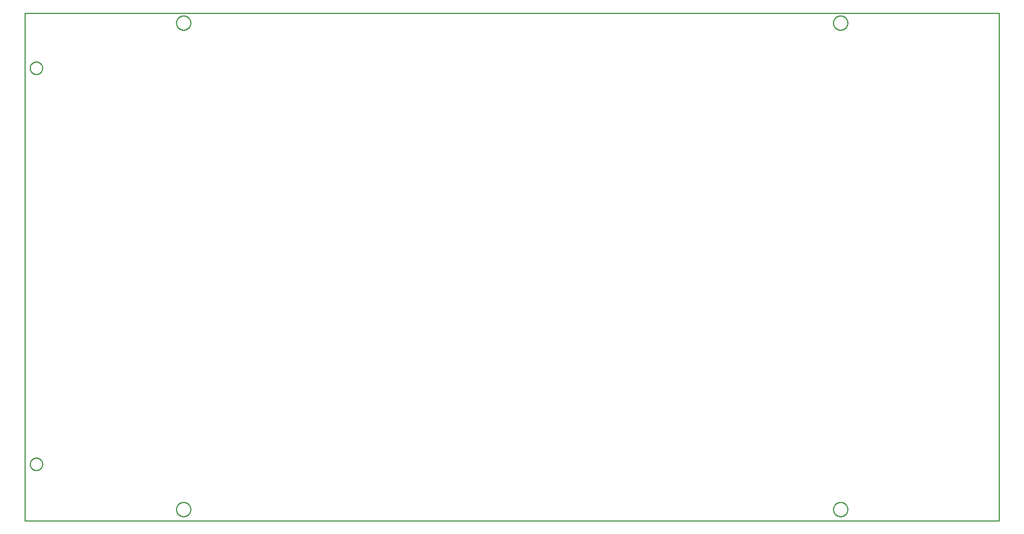
<source format=gbr>
G04 EAGLE Gerber RS-274X export*
G75*
%MOMM*%
%FSLAX34Y34*%
%LPD*%
%IN*%
%IPPOS*%
%AMOC8*
5,1,8,0,0,1.08239X$1,22.5*%
G01*
%ADD10C,0.254000*%


D10*
X-203200Y0D02*
X1981000Y0D01*
X1981000Y1139700D01*
X-203200Y1139700D01*
X-203200Y0D01*
X168400Y1117076D02*
X168332Y1116031D01*
X168195Y1114992D01*
X167990Y1113965D01*
X167719Y1112953D01*
X167383Y1111961D01*
X166982Y1110993D01*
X166518Y1110054D01*
X165995Y1109146D01*
X165413Y1108275D01*
X164775Y1107444D01*
X164084Y1106657D01*
X163343Y1105916D01*
X162556Y1105225D01*
X161725Y1104588D01*
X160854Y1104006D01*
X159946Y1103482D01*
X159007Y1103018D01*
X158039Y1102617D01*
X157047Y1102281D01*
X156035Y1102010D01*
X155008Y1101805D01*
X153969Y1101669D01*
X152924Y1101600D01*
X151876Y1101600D01*
X150831Y1101669D01*
X149792Y1101805D01*
X148765Y1102010D01*
X147753Y1102281D01*
X146761Y1102617D01*
X145793Y1103018D01*
X144854Y1103482D01*
X143946Y1104006D01*
X143075Y1104588D01*
X142244Y1105225D01*
X141457Y1105916D01*
X140716Y1106657D01*
X140025Y1107444D01*
X139388Y1108275D01*
X138806Y1109146D01*
X138282Y1110054D01*
X137818Y1110993D01*
X137417Y1111961D01*
X137081Y1112953D01*
X136810Y1113965D01*
X136605Y1114992D01*
X136469Y1116031D01*
X136400Y1117076D01*
X136400Y1118124D01*
X136469Y1119169D01*
X136605Y1120208D01*
X136810Y1121235D01*
X137081Y1122247D01*
X137417Y1123239D01*
X137818Y1124207D01*
X138282Y1125146D01*
X138806Y1126054D01*
X139388Y1126925D01*
X140025Y1127756D01*
X140716Y1128543D01*
X141457Y1129284D01*
X142244Y1129975D01*
X143075Y1130613D01*
X143946Y1131195D01*
X144854Y1131718D01*
X145793Y1132182D01*
X146761Y1132583D01*
X147753Y1132919D01*
X148765Y1133190D01*
X149792Y1133395D01*
X150831Y1133532D01*
X151876Y1133600D01*
X152924Y1133600D01*
X153969Y1133532D01*
X155008Y1133395D01*
X156035Y1133190D01*
X157047Y1132919D01*
X158039Y1132583D01*
X159007Y1132182D01*
X159946Y1131718D01*
X160854Y1131195D01*
X161725Y1130613D01*
X162556Y1129975D01*
X163343Y1129284D01*
X164084Y1128543D01*
X164775Y1127756D01*
X165413Y1126925D01*
X165995Y1126054D01*
X166518Y1125146D01*
X166982Y1124207D01*
X167383Y1123239D01*
X167719Y1122247D01*
X167990Y1121235D01*
X168195Y1120208D01*
X168332Y1119169D01*
X168400Y1118124D01*
X168400Y1117076D01*
X168400Y24876D02*
X168332Y23831D01*
X168195Y22792D01*
X167990Y21765D01*
X167719Y20753D01*
X167383Y19761D01*
X166982Y18793D01*
X166518Y17854D01*
X165995Y16946D01*
X165413Y16075D01*
X164775Y15244D01*
X164084Y14457D01*
X163343Y13716D01*
X162556Y13025D01*
X161725Y12388D01*
X160854Y11806D01*
X159946Y11282D01*
X159007Y10818D01*
X158039Y10417D01*
X157047Y10081D01*
X156035Y9810D01*
X155008Y9605D01*
X153969Y9469D01*
X152924Y9400D01*
X151876Y9400D01*
X150831Y9469D01*
X149792Y9605D01*
X148765Y9810D01*
X147753Y10081D01*
X146761Y10417D01*
X145793Y10818D01*
X144854Y11282D01*
X143946Y11806D01*
X143075Y12388D01*
X142244Y13025D01*
X141457Y13716D01*
X140716Y14457D01*
X140025Y15244D01*
X139388Y16075D01*
X138806Y16946D01*
X138282Y17854D01*
X137818Y18793D01*
X137417Y19761D01*
X137081Y20753D01*
X136810Y21765D01*
X136605Y22792D01*
X136469Y23831D01*
X136400Y24876D01*
X136400Y25924D01*
X136469Y26969D01*
X136605Y28008D01*
X136810Y29035D01*
X137081Y30047D01*
X137417Y31039D01*
X137818Y32007D01*
X138282Y32946D01*
X138806Y33854D01*
X139388Y34725D01*
X140025Y35556D01*
X140716Y36343D01*
X141457Y37084D01*
X142244Y37775D01*
X143075Y38413D01*
X143946Y38995D01*
X144854Y39518D01*
X145793Y39982D01*
X146761Y40383D01*
X147753Y40719D01*
X148765Y40990D01*
X149792Y41195D01*
X150831Y41332D01*
X151876Y41400D01*
X152924Y41400D01*
X153969Y41332D01*
X155008Y41195D01*
X156035Y40990D01*
X157047Y40719D01*
X158039Y40383D01*
X159007Y39982D01*
X159946Y39518D01*
X160854Y38995D01*
X161725Y38413D01*
X162556Y37775D01*
X163343Y37084D01*
X164084Y36343D01*
X164775Y35556D01*
X165413Y34725D01*
X165995Y33854D01*
X166518Y32946D01*
X166982Y32007D01*
X167383Y31039D01*
X167719Y30047D01*
X167990Y29035D01*
X168195Y28008D01*
X168332Y26969D01*
X168400Y25924D01*
X168400Y24876D01*
X1641600Y24876D02*
X1641532Y23831D01*
X1641395Y22792D01*
X1641190Y21765D01*
X1640919Y20753D01*
X1640583Y19761D01*
X1640182Y18793D01*
X1639718Y17854D01*
X1639195Y16946D01*
X1638613Y16075D01*
X1637975Y15244D01*
X1637284Y14457D01*
X1636543Y13716D01*
X1635756Y13025D01*
X1634925Y12388D01*
X1634054Y11806D01*
X1633146Y11282D01*
X1632207Y10818D01*
X1631239Y10417D01*
X1630247Y10081D01*
X1629235Y9810D01*
X1628208Y9605D01*
X1627169Y9469D01*
X1626124Y9400D01*
X1625076Y9400D01*
X1624031Y9469D01*
X1622992Y9605D01*
X1621965Y9810D01*
X1620953Y10081D01*
X1619961Y10417D01*
X1618993Y10818D01*
X1618054Y11282D01*
X1617146Y11806D01*
X1616275Y12388D01*
X1615444Y13025D01*
X1614657Y13716D01*
X1613916Y14457D01*
X1613225Y15244D01*
X1612588Y16075D01*
X1612006Y16946D01*
X1611482Y17854D01*
X1611018Y18793D01*
X1610617Y19761D01*
X1610281Y20753D01*
X1610010Y21765D01*
X1609805Y22792D01*
X1609669Y23831D01*
X1609600Y24876D01*
X1609600Y25924D01*
X1609669Y26969D01*
X1609805Y28008D01*
X1610010Y29035D01*
X1610281Y30047D01*
X1610617Y31039D01*
X1611018Y32007D01*
X1611482Y32946D01*
X1612006Y33854D01*
X1612588Y34725D01*
X1613225Y35556D01*
X1613916Y36343D01*
X1614657Y37084D01*
X1615444Y37775D01*
X1616275Y38413D01*
X1617146Y38995D01*
X1618054Y39518D01*
X1618993Y39982D01*
X1619961Y40383D01*
X1620953Y40719D01*
X1621965Y40990D01*
X1622992Y41195D01*
X1624031Y41332D01*
X1625076Y41400D01*
X1626124Y41400D01*
X1627169Y41332D01*
X1628208Y41195D01*
X1629235Y40990D01*
X1630247Y40719D01*
X1631239Y40383D01*
X1632207Y39982D01*
X1633146Y39518D01*
X1634054Y38995D01*
X1634925Y38413D01*
X1635756Y37775D01*
X1636543Y37084D01*
X1637284Y36343D01*
X1637975Y35556D01*
X1638613Y34725D01*
X1639195Y33854D01*
X1639718Y32946D01*
X1640182Y32007D01*
X1640583Y31039D01*
X1640919Y30047D01*
X1641190Y29035D01*
X1641395Y28008D01*
X1641532Y26969D01*
X1641600Y25924D01*
X1641600Y24876D01*
X1641600Y1117076D02*
X1641532Y1116031D01*
X1641395Y1114992D01*
X1641190Y1113965D01*
X1640919Y1112953D01*
X1640583Y1111961D01*
X1640182Y1110993D01*
X1639718Y1110054D01*
X1639195Y1109146D01*
X1638613Y1108275D01*
X1637975Y1107444D01*
X1637284Y1106657D01*
X1636543Y1105916D01*
X1635756Y1105225D01*
X1634925Y1104588D01*
X1634054Y1104006D01*
X1633146Y1103482D01*
X1632207Y1103018D01*
X1631239Y1102617D01*
X1630247Y1102281D01*
X1629235Y1102010D01*
X1628208Y1101805D01*
X1627169Y1101669D01*
X1626124Y1101600D01*
X1625076Y1101600D01*
X1624031Y1101669D01*
X1622992Y1101805D01*
X1621965Y1102010D01*
X1620953Y1102281D01*
X1619961Y1102617D01*
X1618993Y1103018D01*
X1618054Y1103482D01*
X1617146Y1104006D01*
X1616275Y1104588D01*
X1615444Y1105225D01*
X1614657Y1105916D01*
X1613916Y1106657D01*
X1613225Y1107444D01*
X1612588Y1108275D01*
X1612006Y1109146D01*
X1611482Y1110054D01*
X1611018Y1110993D01*
X1610617Y1111961D01*
X1610281Y1112953D01*
X1610010Y1113965D01*
X1609805Y1114992D01*
X1609669Y1116031D01*
X1609600Y1117076D01*
X1609600Y1118124D01*
X1609669Y1119169D01*
X1609805Y1120208D01*
X1610010Y1121235D01*
X1610281Y1122247D01*
X1610617Y1123239D01*
X1611018Y1124207D01*
X1611482Y1125146D01*
X1612006Y1126054D01*
X1612588Y1126925D01*
X1613225Y1127756D01*
X1613916Y1128543D01*
X1614657Y1129284D01*
X1615444Y1129975D01*
X1616275Y1130613D01*
X1617146Y1131195D01*
X1618054Y1131718D01*
X1618993Y1132182D01*
X1619961Y1132583D01*
X1620953Y1132919D01*
X1621965Y1133190D01*
X1622992Y1133395D01*
X1624031Y1133532D01*
X1625076Y1133600D01*
X1626124Y1133600D01*
X1627169Y1133532D01*
X1628208Y1133395D01*
X1629235Y1133190D01*
X1630247Y1132919D01*
X1631239Y1132583D01*
X1632207Y1132182D01*
X1633146Y1131718D01*
X1634054Y1131195D01*
X1634925Y1130613D01*
X1635756Y1129975D01*
X1636543Y1129284D01*
X1637284Y1128543D01*
X1637975Y1127756D01*
X1638613Y1126925D01*
X1639195Y1126054D01*
X1639718Y1125146D01*
X1640182Y1124207D01*
X1640583Y1123239D01*
X1640919Y1122247D01*
X1641190Y1121235D01*
X1641395Y1120208D01*
X1641532Y1119169D01*
X1641600Y1118124D01*
X1641600Y1117076D01*
X-191770Y1016563D02*
X-191699Y1017558D01*
X-191557Y1018546D01*
X-191345Y1019521D01*
X-191064Y1020479D01*
X-190715Y1021414D01*
X-190300Y1022321D01*
X-189822Y1023197D01*
X-189283Y1024037D01*
X-188685Y1024835D01*
X-188031Y1025589D01*
X-187325Y1026295D01*
X-186571Y1026949D01*
X-185773Y1027547D01*
X-184933Y1028086D01*
X-184057Y1028564D01*
X-183150Y1028979D01*
X-182215Y1029328D01*
X-181257Y1029609D01*
X-180282Y1029821D01*
X-179294Y1029963D01*
X-178299Y1030034D01*
X-177301Y1030034D01*
X-176306Y1029963D01*
X-175318Y1029821D01*
X-174343Y1029609D01*
X-173385Y1029328D01*
X-172451Y1028979D01*
X-171543Y1028564D01*
X-170667Y1028086D01*
X-169828Y1027547D01*
X-169029Y1026949D01*
X-168275Y1026295D01*
X-167569Y1025589D01*
X-166915Y1024835D01*
X-166317Y1024037D01*
X-165778Y1023197D01*
X-165300Y1022321D01*
X-164885Y1021414D01*
X-164536Y1020479D01*
X-164255Y1019521D01*
X-164043Y1018546D01*
X-163901Y1017558D01*
X-163830Y1016563D01*
X-163830Y1015565D01*
X-163901Y1014570D01*
X-164043Y1013582D01*
X-164255Y1012607D01*
X-164536Y1011649D01*
X-164885Y1010715D01*
X-165300Y1009807D01*
X-165778Y1008931D01*
X-166317Y1008092D01*
X-166915Y1007293D01*
X-167569Y1006539D01*
X-168275Y1005833D01*
X-169029Y1005179D01*
X-169828Y1004581D01*
X-170667Y1004042D01*
X-171543Y1003564D01*
X-172451Y1003149D01*
X-173385Y1002800D01*
X-174343Y1002519D01*
X-175318Y1002307D01*
X-176306Y1002165D01*
X-177301Y1002094D01*
X-178299Y1002094D01*
X-179294Y1002165D01*
X-180282Y1002307D01*
X-181257Y1002519D01*
X-182215Y1002800D01*
X-183150Y1003149D01*
X-184057Y1003564D01*
X-184933Y1004042D01*
X-185773Y1004581D01*
X-186571Y1005179D01*
X-187325Y1005833D01*
X-188031Y1006539D01*
X-188685Y1007293D01*
X-189283Y1008092D01*
X-189822Y1008931D01*
X-190300Y1009807D01*
X-190715Y1010715D01*
X-191064Y1011649D01*
X-191345Y1012607D01*
X-191557Y1013582D01*
X-191699Y1014570D01*
X-191770Y1015565D01*
X-191770Y1016563D01*
X-191770Y127435D02*
X-191699Y128430D01*
X-191557Y129418D01*
X-191345Y130393D01*
X-191064Y131351D01*
X-190715Y132286D01*
X-190300Y133193D01*
X-189822Y134069D01*
X-189283Y134909D01*
X-188685Y135707D01*
X-188031Y136461D01*
X-187325Y137167D01*
X-186571Y137821D01*
X-185773Y138419D01*
X-184933Y138958D01*
X-184057Y139436D01*
X-183150Y139851D01*
X-182215Y140200D01*
X-181257Y140481D01*
X-180282Y140693D01*
X-179294Y140835D01*
X-178299Y140906D01*
X-177301Y140906D01*
X-176306Y140835D01*
X-175318Y140693D01*
X-174343Y140481D01*
X-173385Y140200D01*
X-172451Y139851D01*
X-171543Y139436D01*
X-170667Y138958D01*
X-169828Y138419D01*
X-169029Y137821D01*
X-168275Y137167D01*
X-167569Y136461D01*
X-166915Y135707D01*
X-166317Y134909D01*
X-165778Y134069D01*
X-165300Y133193D01*
X-164885Y132286D01*
X-164536Y131351D01*
X-164255Y130393D01*
X-164043Y129418D01*
X-163901Y128430D01*
X-163830Y127435D01*
X-163830Y126437D01*
X-163901Y125442D01*
X-164043Y124454D01*
X-164255Y123479D01*
X-164536Y122521D01*
X-164885Y121587D01*
X-165300Y120679D01*
X-165778Y119803D01*
X-166317Y118964D01*
X-166915Y118165D01*
X-167569Y117411D01*
X-168275Y116705D01*
X-169029Y116051D01*
X-169828Y115453D01*
X-170667Y114914D01*
X-171543Y114436D01*
X-172451Y114021D01*
X-173385Y113672D01*
X-174343Y113391D01*
X-175318Y113179D01*
X-176306Y113037D01*
X-177301Y112966D01*
X-178299Y112966D01*
X-179294Y113037D01*
X-180282Y113179D01*
X-181257Y113391D01*
X-182215Y113672D01*
X-183150Y114021D01*
X-184057Y114436D01*
X-184933Y114914D01*
X-185773Y115453D01*
X-186571Y116051D01*
X-187325Y116705D01*
X-188031Y117411D01*
X-188685Y118165D01*
X-189283Y118964D01*
X-189822Y119803D01*
X-190300Y120679D01*
X-190715Y121587D01*
X-191064Y122521D01*
X-191345Y123479D01*
X-191557Y124454D01*
X-191699Y125442D01*
X-191770Y126437D01*
X-191770Y127435D01*
M02*

</source>
